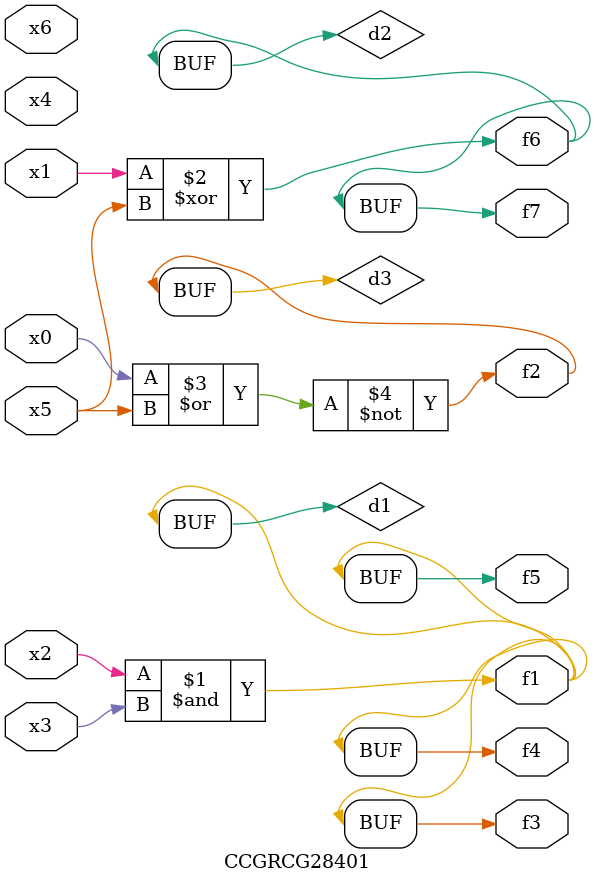
<source format=v>
module CCGRCG28401(
	input x0, x1, x2, x3, x4, x5, x6,
	output f1, f2, f3, f4, f5, f6, f7
);

	wire d1, d2, d3;

	and (d1, x2, x3);
	xor (d2, x1, x5);
	nor (d3, x0, x5);
	assign f1 = d1;
	assign f2 = d3;
	assign f3 = d1;
	assign f4 = d1;
	assign f5 = d1;
	assign f6 = d2;
	assign f7 = d2;
endmodule

</source>
